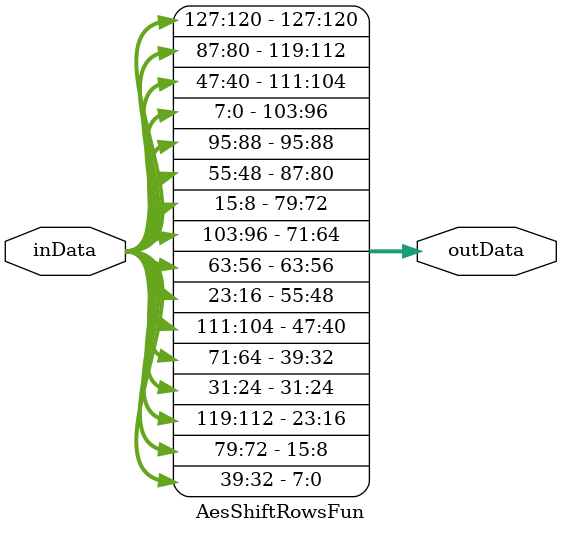
<source format=v>
module AesShiftRowsFun (
	input	wire	[127:0]	inData,	
    output	wire	[127:0]	outData 
);

    assign outData[127:120] = inData[127:120];
    assign outData[119:112] = inData[ 87: 80];
    assign outData[111:104] = inData[ 47: 40];
    assign outData[103: 96] = inData[  7:  0];
	
    assign outData[ 95: 88] = inData[ 95: 88];
    assign outData[ 87: 80] = inData[ 55: 48];
    assign outData[ 79: 72] = inData[ 15:  8];
    assign outData[ 71: 64] = inData[103: 96];
	
    assign outData[ 63: 56] = inData[ 63: 56];
    assign outData[ 55: 48] = inData[ 23: 16];
    assign outData[ 47: 40] = inData[111:104];
    assign outData[ 39: 32] = inData[ 71: 64];
	
    assign outData[ 31: 24] = inData[ 31: 24];
    assign outData[ 23: 16] = inData[119:112];
    assign outData[ 15:  8] = inData[ 79: 72];
    assign outData[  7:  0] = inData[ 39: 32];

endmodule
</source>
